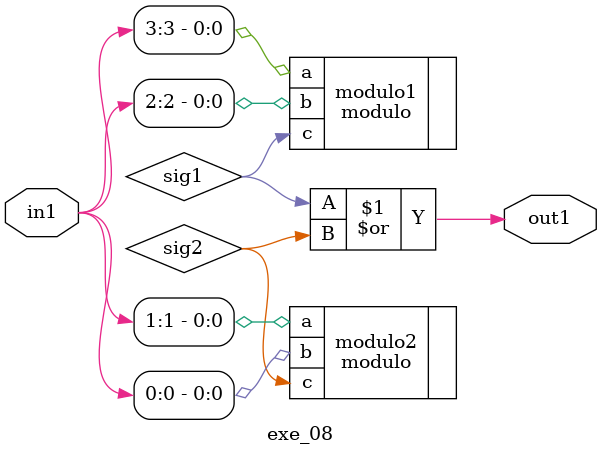
<source format=sv>
/**
*Codigo teste de modulo Aula2
*
*Autor: Víctor Vinicius Welter
*
*Data: Setembro de 2022
*
*Especificacao:
● Crie um módulo chamado modulo que tem entradas a e b e uma
saída c que faz a operação da figura ao lado.
● Crie um módulo exe_8 que será o top-level do nosso projeto. Esse
módulo deve ter uma entrada in1 de 4 bits e uma saída out1. O
comportamento deve ser o seguinte: ○ Dentro de exe_8 instancie duas vezes “modulo” com os nomes
modulo1 e modulo2
○ Os dois bits mais significativos de in1 devem ser conectados às
entradas a e b de módulo 1, respectivamente
○ Os dois bits menos significativos de in2 devem ser conectados às
entradas a e b de módulo 2, respectivamente
○ As saídas de modulo1 e modulo2 devem ser conectados à sinais
internos para que possamos operar antes de conectar à saída
○ A saída out1 é o resultado do OR das saídas dos dois módulos
instanciados
● Para testar: ○ Force o valor 6 para in1 ○ Force o valor 5 para in1
*/

module exe_08 (
    input logic [3:0] in1,

    output logic out1
);

    logic sig1;
    logic sig2;

    modulo modulo1(
    .a(in1[3]),
    .b(in1[2]),
    .c(sig1)
    );

    modulo modulo2(
    .a(in1[1]),
    .b(in1[0]),
    .c(sig2)
    );

    assign out1 = sig1 | sig2;

endmodule
</source>
